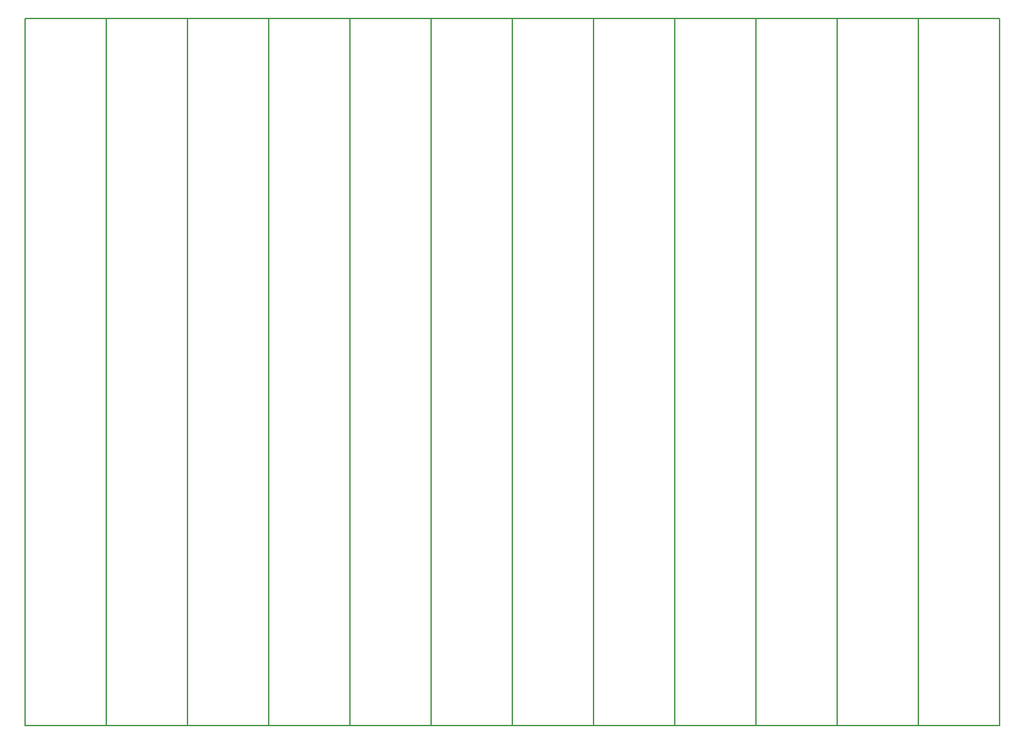
<source format=gbr>
%FSLAX34Y34*%
G04 Gerber Fmt 3.4, Leading zero omitted, Abs format*
G04 (created by PCBNEW (2014-04-22 BZR 4817)-product) date Mon 08 Sep 2014 03:11:33 PM CDT*
%MOIN*%
G01*
G70*
G90*
G04 APERTURE LIST*
%ADD10C,0.005000*%
G04 APERTURE END LIST*
G54D10*
X157650Y-30250D02*
X157650Y-66000D01*
X153550Y-66000D02*
X157650Y-66000D01*
X153550Y-30250D02*
X153600Y-30250D01*
X153550Y-30250D02*
X157650Y-30250D01*
X145350Y-66000D02*
X149450Y-66000D01*
X145350Y-30250D02*
X145400Y-30250D01*
X145350Y-30250D02*
X149450Y-30250D01*
X145350Y-30250D02*
X145350Y-66000D01*
X141250Y-66000D02*
X145350Y-66000D01*
X141250Y-30250D02*
X141300Y-30250D01*
X141250Y-30250D02*
X145350Y-30250D01*
X124850Y-30250D02*
X128950Y-30250D01*
X124850Y-30250D02*
X124900Y-30250D01*
X124850Y-66000D02*
X128950Y-66000D01*
X128950Y-30250D02*
X128950Y-66000D01*
X133050Y-30250D02*
X133050Y-66000D01*
X128950Y-66000D02*
X133050Y-66000D01*
X128950Y-30250D02*
X129000Y-30250D01*
X128950Y-30250D02*
X133050Y-30250D01*
X137150Y-30250D02*
X141250Y-30250D01*
X137150Y-30250D02*
X137200Y-30250D01*
X137150Y-66000D02*
X141250Y-66000D01*
X141250Y-30250D02*
X141250Y-66000D01*
X137150Y-30250D02*
X137150Y-66000D01*
X133050Y-66000D02*
X137150Y-66000D01*
X133050Y-30250D02*
X133100Y-30250D01*
X133050Y-30250D02*
X137150Y-30250D01*
X116650Y-30250D02*
X120750Y-30250D01*
X116650Y-30250D02*
X116700Y-30250D01*
X116650Y-66000D02*
X120750Y-66000D01*
X120750Y-30250D02*
X120750Y-66000D01*
X124850Y-30250D02*
X124850Y-66000D01*
X120750Y-66000D02*
X124850Y-66000D01*
X120750Y-30250D02*
X120800Y-30250D01*
X120750Y-30250D02*
X124850Y-30250D01*
X112550Y-30250D02*
X116650Y-30250D01*
X112550Y-30250D02*
X112600Y-30250D01*
X112550Y-66000D02*
X116650Y-66000D01*
X116650Y-30250D02*
X116650Y-66000D01*
X149450Y-30250D02*
X153550Y-30250D01*
X149450Y-30250D02*
X149500Y-30250D01*
X149450Y-66000D02*
X153550Y-66000D01*
X149450Y-66000D02*
X149450Y-30250D01*
X153550Y-30250D02*
X153550Y-66000D01*
X112550Y-30250D02*
X112550Y-66000D01*
X108450Y-66000D02*
X108450Y-30250D01*
X108450Y-66000D02*
X112550Y-66000D01*
X108450Y-30250D02*
X108500Y-30250D01*
X108450Y-30250D02*
X112550Y-30250D01*
M02*

</source>
